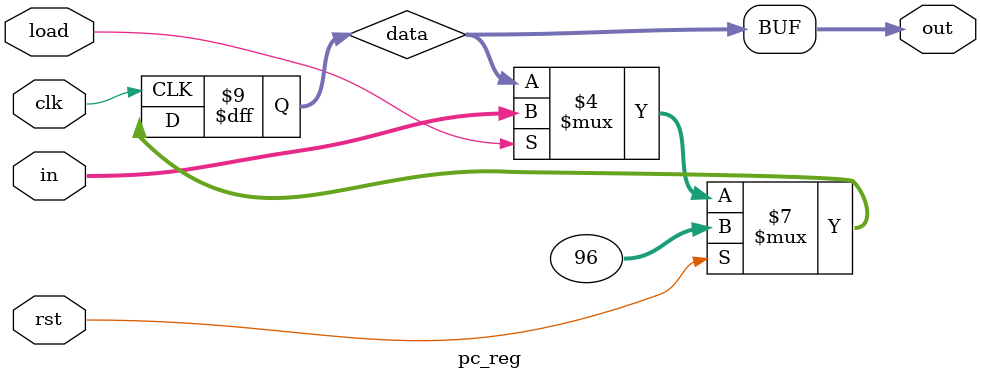
<source format=sv>
module pc_reg #(parameter width = 32)
(
    input clk,
    input rst,
    input load,
    input [width-1:0] in,
    output logic [width-1:0] out
);

/*
* PC needs to start at 0x60
 */
logic [width-1:0] data;

always_ff @(posedge clk)
begin
    if (rst)
    begin
        data <= 32'h00000060;
    end
    else if (load)
    begin
        data <= in;
    end
    else
    begin
        data <= data;
    end
end

always_comb
begin
    out = data;
end

endmodule : pc_reg

</source>
